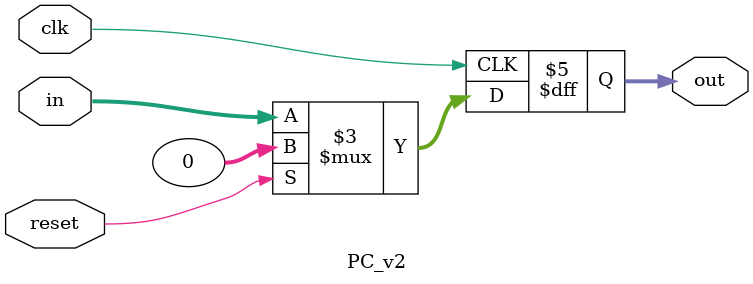
<source format=v>

module PC_v2 (
    input  wire [31:0] in,
    input  wire        clk,
    input  wire        reset,
    output reg  [31:0] out
);

always @(posedge clk) begin
    if (reset)
        out <= 32'd0;
    else
        out <= in;
end

endmodule

</source>
